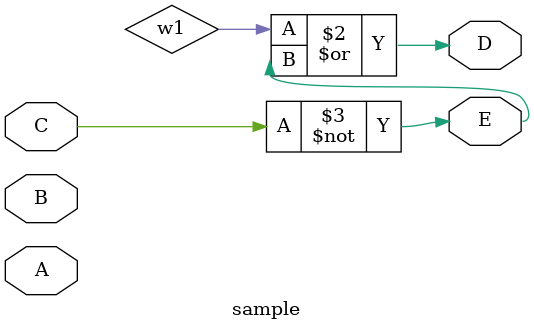
<source format=v>
module sample (
    A, B, C, D, E
);

input A;
input B;
input C;

output D;
output E;

wire W1;

and g1(W1, A, B);
not g2(E, C);
or g3(D, w1, E);
    
endmodule
</source>
